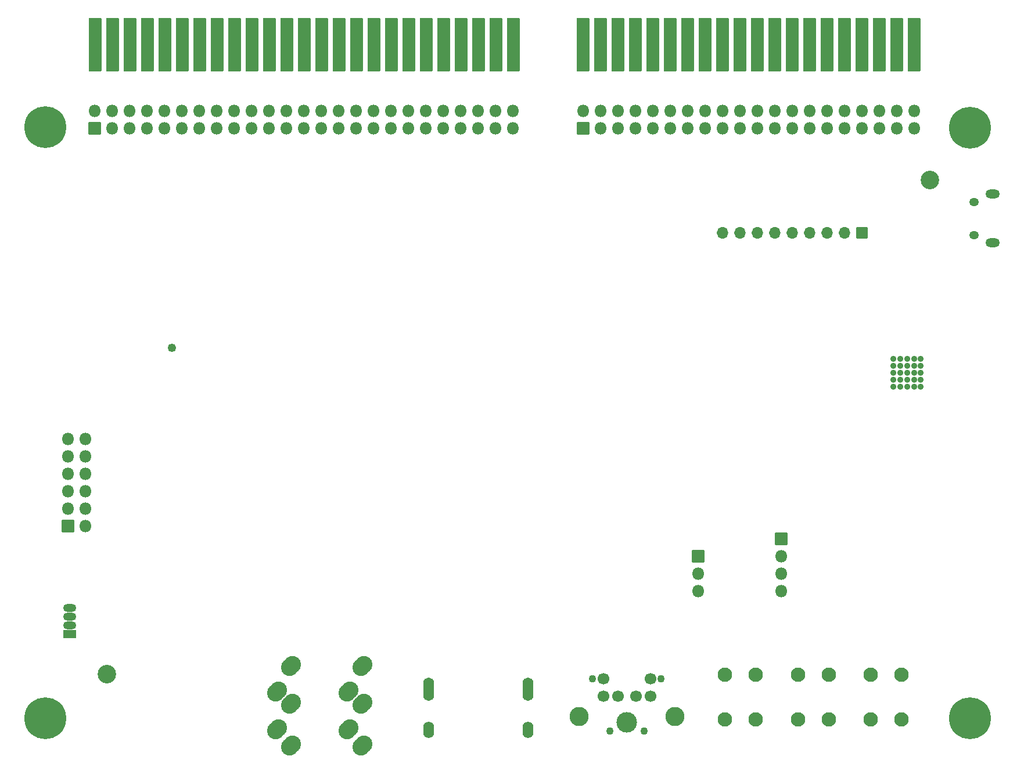
<source format=gbr>
%TF.GenerationSoftware,KiCad,Pcbnew,7.0.10*%
%TF.CreationDate,2024-06-25T20:32:39-07:00*%
%TF.ProjectId,TRS-IO++,5452532d-494f-42b2-9b2e-6b696361645f,rev?*%
%TF.SameCoordinates,Original*%
%TF.FileFunction,Soldermask,Bot*%
%TF.FilePolarity,Negative*%
%FSLAX46Y46*%
G04 Gerber Fmt 4.6, Leading zero omitted, Abs format (unit mm)*
G04 Created by KiCad (PCBNEW 7.0.10) date 2024-06-25 20:32:39*
%MOMM*%
%LPD*%
G01*
G04 APERTURE LIST*
G04 Aperture macros list*
%AMRoundRect*
0 Rectangle with rounded corners*
0 $1 Rounding radius*
0 $2 $3 $4 $5 $6 $7 $8 $9 X,Y pos of 4 corners*
0 Add a 4 corners polygon primitive as box body*
4,1,4,$2,$3,$4,$5,$6,$7,$8,$9,$2,$3,0*
0 Add four circle primitives for the rounded corners*
1,1,$1+$1,$2,$3*
1,1,$1+$1,$4,$5*
1,1,$1+$1,$6,$7*
1,1,$1+$1,$8,$9*
0 Add four rect primitives between the rounded corners*
20,1,$1+$1,$2,$3,$4,$5,0*
20,1,$1+$1,$4,$5,$6,$7,0*
20,1,$1+$1,$6,$7,$8,$9,0*
20,1,$1+$1,$8,$9,$2,$3,0*%
%AMHorizOval*
0 Thick line with rounded ends*
0 $1 width*
0 $2 $3 position (X,Y) of the first rounded end (center of the circle)*
0 $4 $5 position (X,Y) of the second rounded end (center of the circle)*
0 Add line between two ends*
20,1,$1,$2,$3,$4,$5,0*
0 Add two circle primitives to create the rounded ends*
1,1,$1,$2,$3*
1,1,$1,$4,$5*%
G04 Aperture macros list end*
%ADD10C,2.100000*%
%ADD11C,2.700000*%
%ADD12C,0.900000*%
%ADD13C,6.100000*%
%ADD14RoundRect,0.050000X0.850000X-0.850000X0.850000X0.850000X-0.850000X0.850000X-0.850000X-0.850000X0*%
%ADD15O,1.800000X1.800000*%
%ADD16HorizOval,2.500000X-0.212132X-0.212132X0.212132X0.212132X0*%
%ADD17O,1.600000X3.400000*%
%ADD18O,1.600000X2.400000*%
%ADD19RoundRect,0.050000X-0.850000X-0.850000X0.850000X-0.850000X0.850000X0.850000X-0.850000X0.850000X0*%
%ADD20RoundRect,0.050000X0.850000X0.850000X-0.850000X0.850000X-0.850000X-0.850000X0.850000X-0.850000X0*%
%ADD21O,2.100000X1.300000*%
%ADD22O,1.400000X1.200000*%
%ADD23RoundRect,0.050000X0.800000X0.800000X-0.800000X0.800000X-0.800000X-0.800000X0.800000X-0.800000X0*%
%ADD24O,1.700000X1.700000*%
%ADD25RoundRect,0.050000X0.889000X3.810000X-0.889000X3.810000X-0.889000X-3.810000X0.889000X-3.810000X0*%
%ADD26RoundRect,0.050000X-0.889000X-3.810000X0.889000X-3.810000X0.889000X3.810000X-0.889000X3.810000X0*%
%ADD27RoundRect,0.050000X0.900000X-0.535000X0.900000X0.535000X-0.900000X0.535000X-0.900000X-0.535000X0*%
%ADD28O,1.900000X1.170000*%
%ADD29C,1.700000*%
%ADD30C,1.100000*%
%ADD31C,3.000000*%
%ADD32C,2.800000*%
%ADD33C,1.250000*%
G04 APERTURE END LIST*
D10*
%TO.C,SW4*%
X165100000Y-141629200D03*
X165100000Y-135129200D03*
X169600000Y-141629200D03*
X169600000Y-135129200D03*
%TD*%
D11*
%TO.C,H5*%
X75000000Y-135000000D03*
%TD*%
D12*
%TO.C,H3*%
X198546700Y-141478000D03*
X199205710Y-139887010D03*
X199205710Y-143068990D03*
X200796700Y-139228000D03*
D13*
X200796700Y-141478000D03*
D12*
X200796700Y-143728000D03*
X202387690Y-139887010D03*
X202387690Y-143068990D03*
X203046700Y-141478000D03*
%TD*%
%TO.C,H2*%
X198546700Y-55321200D03*
X199205710Y-53730210D03*
X199205710Y-56912190D03*
X200796700Y-53071200D03*
D13*
X200796700Y-55321200D03*
D12*
X200796700Y-57571200D03*
X202387690Y-53730210D03*
X202387690Y-56912190D03*
X203046700Y-55321200D03*
%TD*%
D10*
%TO.C,SW2*%
X175727350Y-141629200D03*
X175727350Y-135129200D03*
X180227350Y-141629200D03*
X180227350Y-135129200D03*
%TD*%
D14*
%TO.C,J2*%
X144413700Y-55422800D03*
D15*
X144413700Y-52882800D03*
X146953700Y-55422800D03*
X146953700Y-52882800D03*
X149493700Y-55422800D03*
X149493700Y-52882800D03*
X152033700Y-55422800D03*
X152033700Y-52882800D03*
X154573700Y-55422800D03*
X154573700Y-52882800D03*
X157113700Y-55422800D03*
X157113700Y-52882800D03*
X159653700Y-55422800D03*
X159653700Y-52882800D03*
X162193700Y-55422800D03*
X162193700Y-52882800D03*
X164733700Y-55422800D03*
X164733700Y-52882800D03*
X167273700Y-55422800D03*
X167273700Y-52882800D03*
X169813700Y-55422800D03*
X169813700Y-52882800D03*
X172353700Y-55422800D03*
X172353700Y-52882800D03*
X174893700Y-55422800D03*
X174893700Y-52882800D03*
X177433700Y-55422800D03*
X177433700Y-52882800D03*
X179973700Y-55422800D03*
X179973700Y-52882800D03*
X182513700Y-55422800D03*
X182513700Y-52882800D03*
X185053700Y-55422800D03*
X185053700Y-52882800D03*
X187593700Y-55422800D03*
X187593700Y-52882800D03*
X190133700Y-55422800D03*
X190133700Y-52882800D03*
X192673700Y-55422800D03*
X192673700Y-52882800D03*
%TD*%
D16*
%TO.C,J10*%
X110217200Y-137540400D03*
X112217200Y-139340400D03*
X112217200Y-145440400D03*
X110217200Y-143040400D03*
X112217200Y-133840400D03*
%TD*%
D17*
%TO.C,J7*%
X136409000Y-137228600D03*
X121909000Y-137228600D03*
D18*
X136409000Y-143188600D03*
X121909000Y-143188600D03*
%TD*%
D19*
%TO.C,J8*%
X173255166Y-115265199D03*
D15*
X173255166Y-117805199D03*
X173255166Y-120345199D03*
X173255166Y-122885199D03*
%TD*%
D10*
%TO.C,SW1*%
X186354700Y-141629200D03*
X186354700Y-135129200D03*
X190854700Y-141629200D03*
X190854700Y-135129200D03*
%TD*%
D20*
%TO.C,J5*%
X69322000Y-113411400D03*
D15*
X71862000Y-113411400D03*
X69322000Y-110871400D03*
X71862000Y-110871400D03*
X69322000Y-108331400D03*
X71862000Y-108331400D03*
X69322000Y-105791400D03*
X71862000Y-105791400D03*
X69322000Y-103251400D03*
X71862000Y-103251400D03*
X69322000Y-100711400D03*
X71862000Y-100711400D03*
%TD*%
D16*
%TO.C,J6*%
X99803200Y-137540400D03*
X101803200Y-139340400D03*
X101803200Y-145440400D03*
X99803200Y-143040400D03*
X101803200Y-133840400D03*
%TD*%
D12*
%TO.C,U1*%
X193655900Y-89090800D03*
X192655900Y-89090800D03*
X191655900Y-89090800D03*
X190655900Y-89090800D03*
X189655900Y-89090800D03*
X193655900Y-90090800D03*
X192655900Y-90090800D03*
X191655900Y-90090800D03*
X190655900Y-90090800D03*
X189655900Y-90090800D03*
X193655900Y-91090800D03*
X192655900Y-91090800D03*
X191655900Y-91090800D03*
X190655900Y-91090800D03*
X189655900Y-91090800D03*
X193655900Y-92090800D03*
X192655900Y-92090800D03*
X191655900Y-92090800D03*
X190655900Y-92090800D03*
X189655900Y-92090800D03*
X193655900Y-93090800D03*
X192655900Y-93090800D03*
X191655900Y-93090800D03*
X190655900Y-93090800D03*
X189655900Y-93090800D03*
%TD*%
%TO.C,H1*%
X63774300Y-55270400D03*
X64433310Y-53679410D03*
X64433310Y-56861390D03*
X66024300Y-53020400D03*
D13*
X66024300Y-55270400D03*
D12*
X66024300Y-57520400D03*
X67615290Y-53679410D03*
X67615290Y-56861390D03*
X68274300Y-55270400D03*
%TD*%
D21*
%TO.C,J12*%
X204124000Y-72155000D03*
D22*
X201374000Y-71005000D03*
X201374000Y-66155000D03*
D21*
X204124000Y-65005000D03*
%TD*%
D23*
%TO.C,RN1*%
X185028600Y-70713600D03*
D24*
X182488600Y-70713600D03*
X179948600Y-70713600D03*
X177408600Y-70713600D03*
X174868600Y-70713600D03*
X172328600Y-70713600D03*
X169788600Y-70713600D03*
X167248600Y-70713600D03*
X164708600Y-70713600D03*
%TD*%
D25*
%TO.C,J4*%
X144408700Y-43281600D03*
X146948700Y-43281600D03*
X149488700Y-43281600D03*
X152028700Y-43281600D03*
X154568700Y-43281600D03*
X157108700Y-43281600D03*
X159648700Y-43281600D03*
X162188700Y-43281600D03*
X164728700Y-43281600D03*
X167268700Y-43281600D03*
X169808700Y-43281600D03*
X172348700Y-43281600D03*
X174888700Y-43281600D03*
X177428700Y-43281600D03*
X179968700Y-43281600D03*
X182508700Y-43281600D03*
X185048700Y-43281600D03*
X187588700Y-43281600D03*
X190128700Y-43281600D03*
X192668700Y-43281600D03*
%TD*%
D26*
%TO.C,J3*%
X73263300Y-43281600D03*
X75803300Y-43281600D03*
X78343300Y-43281600D03*
X80883300Y-43281600D03*
X83423300Y-43281600D03*
X85963300Y-43281600D03*
X88503300Y-43281600D03*
X91043300Y-43281600D03*
X93583300Y-43281600D03*
X96123300Y-43281600D03*
X98663300Y-43281600D03*
X101203300Y-43281600D03*
X103743300Y-43281600D03*
X106283300Y-43281600D03*
X108823300Y-43281600D03*
X111363300Y-43281600D03*
X113903300Y-43281600D03*
X116443300Y-43281600D03*
X118983300Y-43281600D03*
X121523300Y-43281600D03*
X124063300Y-43281600D03*
X126603300Y-43281600D03*
X129143300Y-43281600D03*
X131683300Y-43281600D03*
X134223300Y-43281600D03*
%TD*%
D27*
%TO.C,D1*%
X69543200Y-129156000D03*
D28*
X69543200Y-127886000D03*
X69543200Y-126616000D03*
X69543200Y-125346000D03*
%TD*%
D29*
%TO.C,J11*%
X152109500Y-138232700D03*
X149509500Y-138232700D03*
X154209500Y-138232700D03*
X147409500Y-138232700D03*
X154209500Y-135732700D03*
X147409500Y-135732700D03*
D30*
X153309500Y-143332700D03*
X148309500Y-143332700D03*
X155809500Y-135732700D03*
X145809500Y-135732700D03*
D31*
X150809500Y-142032700D03*
D32*
X157809500Y-141232700D03*
X143809500Y-141232700D03*
%TD*%
D33*
%TO.C,Conn1*%
X84440300Y-87422900D03*
%TD*%
D14*
%TO.C,J1*%
X73237900Y-55422800D03*
D15*
X73237900Y-52882800D03*
X75777900Y-55422800D03*
X75777900Y-52882800D03*
X78317900Y-55422800D03*
X78317900Y-52882800D03*
X80857900Y-55422800D03*
X80857900Y-52882800D03*
X83397900Y-55422800D03*
X83397900Y-52882800D03*
X85937900Y-55422800D03*
X85937900Y-52882800D03*
X88477900Y-55422800D03*
X88477900Y-52882800D03*
X91017900Y-55422800D03*
X91017900Y-52882800D03*
X93557900Y-55422800D03*
X93557900Y-52882800D03*
X96097900Y-55422800D03*
X96097900Y-52882800D03*
X98637900Y-55422800D03*
X98637900Y-52882800D03*
X101177900Y-55422800D03*
X101177900Y-52882800D03*
X103717900Y-55422800D03*
X103717900Y-52882800D03*
X106257900Y-55422800D03*
X106257900Y-52882800D03*
X108797900Y-55422800D03*
X108797900Y-52882800D03*
X111337900Y-55422800D03*
X111337900Y-52882800D03*
X113877900Y-55422800D03*
X113877900Y-52882800D03*
X116417900Y-55422800D03*
X116417900Y-52882800D03*
X118957900Y-55422800D03*
X118957900Y-52882800D03*
X121497900Y-55422800D03*
X121497900Y-52882800D03*
X124037900Y-55422800D03*
X124037900Y-52882800D03*
X126577900Y-55422800D03*
X126577900Y-52882800D03*
X129117900Y-55422800D03*
X129117900Y-52882800D03*
X131657900Y-55422800D03*
X131657900Y-52882800D03*
X134197900Y-55422800D03*
X134197900Y-52882800D03*
%TD*%
D11*
%TO.C,H6*%
X195000000Y-63000000D03*
%TD*%
D19*
%TO.C,J13*%
X161188400Y-117824915D03*
D15*
X161188400Y-120364915D03*
X161188400Y-122904915D03*
%TD*%
D12*
%TO.C,H4*%
X63774300Y-141478000D03*
X64433310Y-139887010D03*
X64433310Y-143068990D03*
X66024300Y-139228000D03*
D13*
X66024300Y-141478000D03*
D12*
X66024300Y-143728000D03*
X67615290Y-139887010D03*
X67615290Y-143068990D03*
X68274300Y-141478000D03*
%TD*%
M02*

</source>
